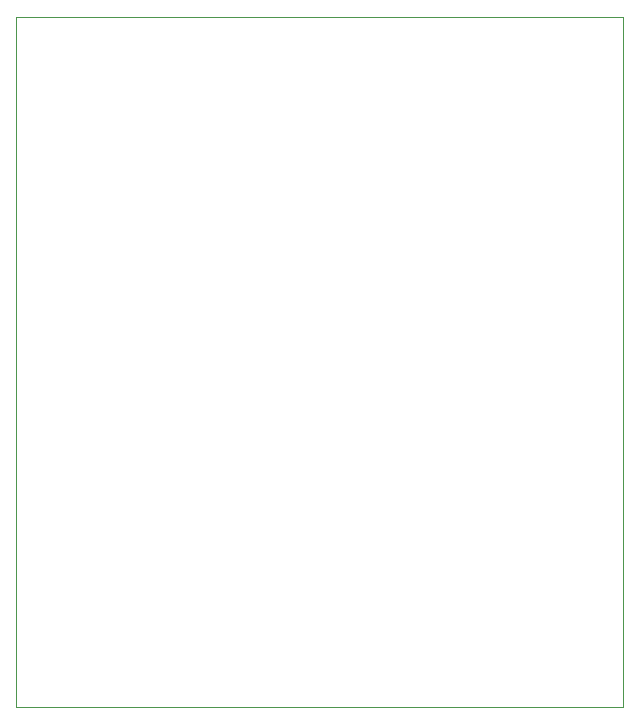
<source format=gm1>
%TF.GenerationSoftware,KiCad,Pcbnew,(6.0.8)*%
%TF.CreationDate,2022-10-23T00:13:42+03:00*%
%TF.ProjectId,PowerBoard,506f7765-7242-46f6-9172-642e6b696361,rev?*%
%TF.SameCoordinates,Original*%
%TF.FileFunction,Profile,NP*%
%FSLAX46Y46*%
G04 Gerber Fmt 4.6, Leading zero omitted, Abs format (unit mm)*
G04 Created by KiCad (PCBNEW (6.0.8)) date 2022-10-23 00:13:42*
%MOMM*%
%LPD*%
G01*
G04 APERTURE LIST*
%TA.AperFunction,Profile*%
%ADD10C,0.050000*%
%TD*%
G04 APERTURE END LIST*
D10*
X198755000Y-26670000D02*
X198755000Y-85090000D01*
X198755000Y-85090000D02*
X250190000Y-85090000D01*
X250190000Y-85090000D02*
X250190000Y-26670000D01*
X250190000Y-26670000D02*
X198755000Y-26670000D01*
M02*

</source>
